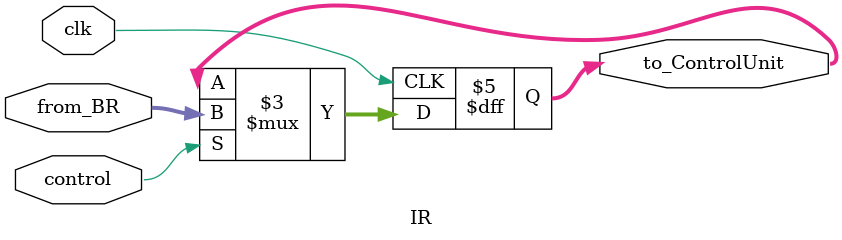
<source format=v>
module IR(
input clk,
input control,         //¿ØÖÆ×Ö£¬control=1½«BRÊý¾ÝÐ´ÈëCU£¬·ñÔò²»Ð´
input [7:0]from_BR,
output reg [7:0]to_ControlUnit
    );
always@ (posedge clk)
begin
    if(control==1) to_ControlUnit<=from_BR;
end
endmodule

</source>
